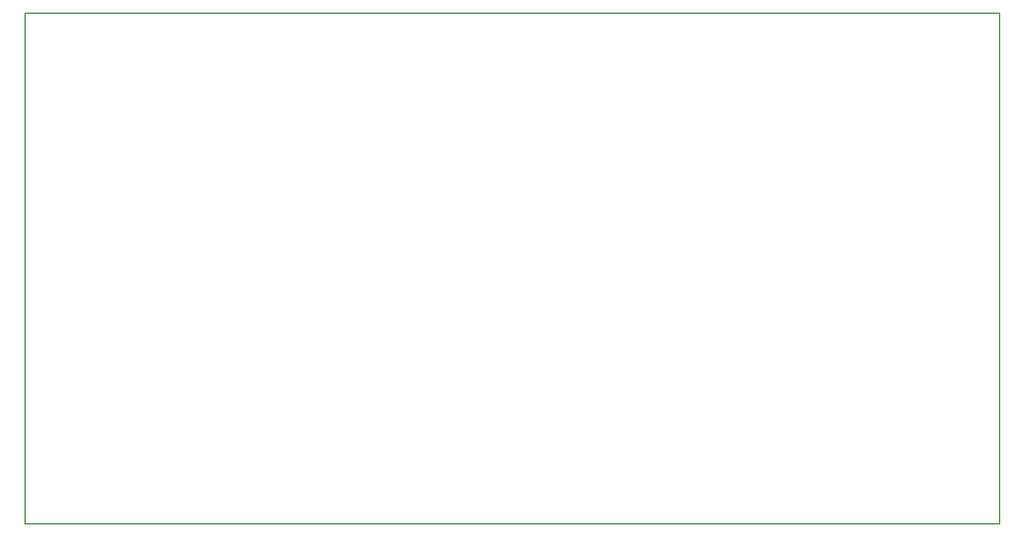
<source format=gbr>
G04 #@! TF.FileFunction,Profile,NP*
%FSLAX46Y46*%
G04 Gerber Fmt 4.6, Leading zero omitted, Abs format (unit mm)*
G04 Created by KiCad (PCBNEW 4.0.2+dfsg1-stable) date Fri 04 May 2018 04:41:30 PM EDT*
%MOMM*%
G01*
G04 APERTURE LIST*
%ADD10C,0.100000*%
%ADD11C,0.150000*%
G04 APERTURE END LIST*
D10*
D11*
X154432000Y-124968000D02*
X154432000Y-59436000D01*
X29464000Y-124968000D02*
X154432000Y-124968000D01*
X29464000Y-59436000D02*
X29464000Y-124968000D01*
X154432000Y-59436000D02*
X29464000Y-59436000D01*
M02*

</source>
